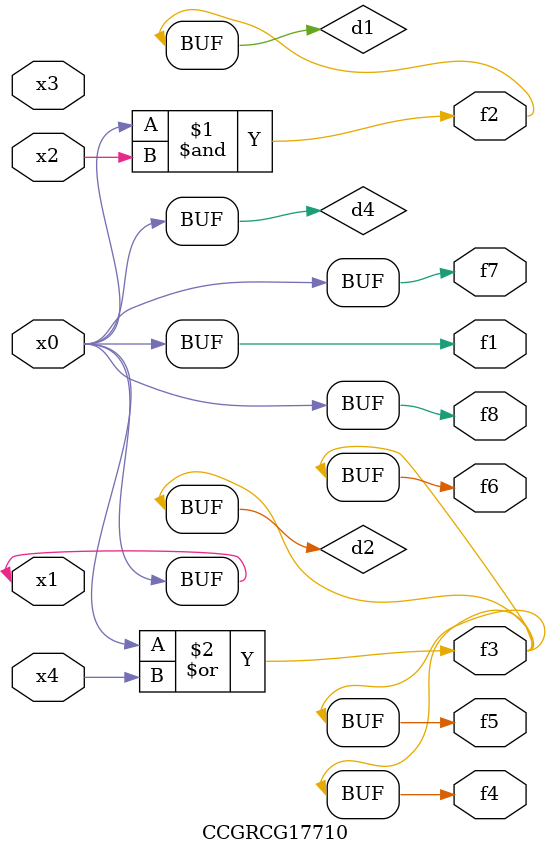
<source format=v>
module CCGRCG17710(
	input x0, x1, x2, x3, x4,
	output f1, f2, f3, f4, f5, f6, f7, f8
);

	wire d1, d2, d3, d4;

	and (d1, x0, x2);
	or (d2, x0, x4);
	nand (d3, x0, x2);
	buf (d4, x0, x1);
	assign f1 = d4;
	assign f2 = d1;
	assign f3 = d2;
	assign f4 = d2;
	assign f5 = d2;
	assign f6 = d2;
	assign f7 = d4;
	assign f8 = d4;
endmodule

</source>
